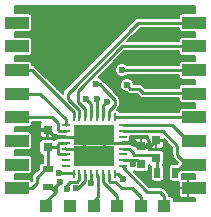
<source format=gtl>
%TF.GenerationSoftware,KiCad,Pcbnew,4.0.6*%
%TF.CreationDate,2017-07-19T01:35:51+03:00*%
%TF.ProjectId,esp12_atmega_addon,65737031325F61746D6567615F616464,rev?*%
%TF.FileFunction,Copper,L1,Top,Signal*%
%FSLAX46Y46*%
G04 Gerber Fmt 4.6, Leading zero omitted, Abs format (unit mm)*
G04 Created by KiCad (PCBNEW 4.0.6) date 07/19/17 01:35:51*
%MOMM*%
%LPD*%
G01*
G04 APERTURE LIST*
%ADD10C,0.100000*%
%ADD11R,1.000000X1.000000*%
%ADD12R,0.750000X0.800000*%
%ADD13R,0.700000X0.250000*%
%ADD14R,0.250000X0.700000*%
%ADD15R,1.725000X1.725000*%
%ADD16R,0.900000X0.500000*%
%ADD17R,0.500000X0.900000*%
%ADD18C,0.600000*%
%ADD19C,0.250000*%
%ADD20C,0.200000*%
G04 APERTURE END LIST*
D10*
D11*
X-17498900Y-9503600D03*
X-17498900Y-11503600D03*
X-16498900Y-11503600D03*
X-17498900Y-13503600D03*
X-17498900Y-15503600D03*
X-17498900Y-17503600D03*
X-17498900Y-19503600D03*
X-17498900Y-21503600D03*
X-17498900Y-23503600D03*
X-16498900Y-13503600D03*
X-16498900Y-15503600D03*
X-16498900Y-17503600D03*
X-16498900Y-19503600D03*
X-16498900Y-21503600D03*
X-16498900Y-23503600D03*
X-16498900Y-9503600D03*
X-14498900Y-25003600D03*
X-12498900Y-25003600D03*
X-10498900Y-25003600D03*
X-8498900Y-25003600D03*
X-6498900Y-25003600D03*
X-4498900Y-25003600D03*
X-1498900Y-23503600D03*
X-1498900Y-21503600D03*
X-1498900Y-19503600D03*
X-1498900Y-17503600D03*
X-1498900Y-15503600D03*
X-1498900Y-13503600D03*
X-1498900Y-11503600D03*
X-1498900Y-9503600D03*
X-2498900Y-23503600D03*
X-2498900Y-21503600D03*
X-2498900Y-19503600D03*
X-2498900Y-17503600D03*
X-2498900Y-15503600D03*
X-2498900Y-13503600D03*
X-2498900Y-11503600D03*
X-2498900Y-9503600D03*
D12*
X-14400000Y-20050000D03*
X-14400000Y-18550000D03*
X-6500000Y-21450000D03*
X-6500000Y-19950000D03*
X-5200000Y-20950000D03*
X-5200000Y-19450000D03*
D13*
X-12850000Y-18150000D03*
X-12850000Y-18650000D03*
X-12850000Y-19150000D03*
X-12850000Y-19650000D03*
X-12850000Y-20150000D03*
X-12850000Y-20650000D03*
X-12850000Y-21150000D03*
X-12850000Y-21650000D03*
D14*
X-12200000Y-22300000D03*
X-11700000Y-22300000D03*
X-11200000Y-22300000D03*
X-10700000Y-22300000D03*
X-10200000Y-22300000D03*
X-9700000Y-22300000D03*
X-9200000Y-22300000D03*
X-8700000Y-22300000D03*
D13*
X-8050000Y-21650000D03*
X-8050000Y-21150000D03*
X-8050000Y-20650000D03*
X-8050000Y-20150000D03*
X-8050000Y-19650000D03*
X-8050000Y-19150000D03*
X-8050000Y-18650000D03*
X-8050000Y-18150000D03*
D14*
X-8700000Y-17500000D03*
X-9200000Y-17500000D03*
X-9700000Y-17500000D03*
X-10200000Y-17500000D03*
X-10700000Y-17500000D03*
X-11200000Y-17500000D03*
X-11700000Y-17500000D03*
X-12200000Y-17500000D03*
D15*
X-9587500Y-20762500D03*
X-9587500Y-19037500D03*
X-11312500Y-20762500D03*
X-11312500Y-19037500D03*
D16*
X-14400000Y-21900000D03*
X-14400000Y-23400000D03*
D17*
X-3600000Y-22200000D03*
X-5100000Y-22200000D03*
D18*
X-13453165Y-22206172D03*
X-12751167Y-23533780D03*
X-7200972Y-21493811D03*
X-4200000Y-8800000D03*
X-5600000Y-8800000D03*
X-7000000Y-8900000D03*
X-8400000Y-10000000D03*
X-10500000Y-12000000D03*
X-4000000Y-10500000D03*
X-5000000Y-10500000D03*
X-5000000Y-12500000D03*
X-4000000Y-12500000D03*
X-4000000Y-14500000D03*
X-5000000Y-14500000D03*
X-5000000Y-16500000D03*
X-4000000Y-16500000D03*
X-9445557Y-10945557D03*
X-12500000Y-14000000D03*
X-13500000Y-13000000D03*
X-15000000Y-12500000D03*
X-15000000Y-10500000D03*
X-13500000Y-11000000D03*
X-12500000Y-12000000D03*
X-11500000Y-13000000D03*
X-15400000Y-18600000D03*
X-9587500Y-20762500D03*
X-9587500Y-19037500D03*
X-13434308Y-14934308D03*
X-13808414Y-19137980D03*
X-7091238Y-19668735D03*
X-5800000Y-19950000D03*
X-13346140Y-22998982D03*
X-11145558Y-15929442D03*
X-10331795Y-14652089D03*
X-8000000Y-22700000D03*
X-7678152Y-14794268D03*
X-9400000Y-16200000D03*
X-8100000Y-13500000D03*
X-10244039Y-15947537D03*
X-10700000Y-23100000D03*
X-12000000Y-23500000D03*
D19*
X-14996400Y-15503600D02*
X-12850000Y-17650000D01*
X-12850000Y-17650000D02*
X-12850000Y-18150000D01*
X-16498900Y-15503600D02*
X-14996400Y-15503600D01*
X-16498900Y-17503600D02*
X-13996400Y-17503600D01*
X-13996400Y-17503600D02*
X-13525001Y-17974999D01*
X-13525001Y-17974999D02*
X-13525001Y-18535001D01*
X-13525001Y-18535001D02*
X-13410002Y-18650000D01*
X-13410002Y-18650000D02*
X-13300000Y-18650000D01*
X-13300000Y-18650000D02*
X-12850000Y-18650000D01*
X-13072070Y-22248898D02*
X-12700000Y-22248898D01*
X-13453165Y-22206172D02*
X-13028901Y-22206172D01*
X-13028901Y-22206172D02*
X-12986175Y-22248898D01*
X-12700000Y-22248898D02*
X-12251102Y-22248898D01*
X-12986175Y-22248898D02*
X-12700000Y-22248898D01*
X-12251102Y-22248898D02*
X-12200000Y-22300000D01*
X-12751167Y-23533780D02*
X-12751167Y-23226168D01*
X-12500000Y-22975001D02*
X-11925753Y-22975001D01*
X-11700000Y-22749248D02*
X-11700000Y-22300000D01*
X-12751167Y-23226168D02*
X-12500000Y-22975001D01*
X-11925753Y-22975001D02*
X-11700000Y-22749248D01*
X-13525001Y-19725001D02*
X-13525001Y-19900000D01*
X-13525001Y-19900000D02*
X-13525001Y-20200000D01*
X-14400000Y-20050000D02*
X-13675001Y-20050000D01*
X-13675001Y-20050000D02*
X-13525001Y-19900000D01*
X-14400000Y-21900000D02*
X-14400000Y-20050000D01*
X-15300000Y-23054700D02*
X-15300000Y-22600000D01*
X-15300000Y-22600000D02*
X-14600000Y-21900000D01*
X-14600000Y-21900000D02*
X-14400000Y-21900000D01*
X-16498900Y-23503600D02*
X-15748900Y-23503600D01*
X-15748900Y-23503600D02*
X-15300000Y-23054700D01*
X-8050000Y-21150000D02*
X-7200000Y-21150000D01*
X-7200000Y-21150000D02*
X-6800000Y-21150000D01*
X-7200972Y-21493811D02*
X-7200972Y-21150972D01*
X-7200972Y-21150972D02*
X-7200000Y-21150000D01*
X-6800000Y-21150000D02*
X-6500000Y-21450000D01*
X-13525001Y-20200000D02*
X-13525001Y-20574999D01*
X-12850000Y-19650000D02*
X-13450000Y-19650000D01*
X-13450000Y-19650000D02*
X-13525001Y-19725001D01*
X-13525001Y-20574999D02*
X-13450000Y-20650000D01*
X-13450000Y-20650000D02*
X-12850000Y-20650000D01*
X-5600000Y-8800000D02*
X-4200000Y-8800000D01*
X-8400000Y-10000000D02*
X-8200000Y-10000000D01*
X-8200000Y-10000000D02*
X-7000000Y-8800000D01*
X-11500000Y-13000000D02*
X-10500000Y-12000000D01*
X-4000000Y-12500000D02*
X-5000000Y-12500000D01*
X-5000000Y-14500000D02*
X-4000000Y-14500000D01*
X-4000000Y-16500000D02*
X-5000000Y-16500000D01*
X-9445557Y-10945557D02*
X-11500000Y-13000000D01*
X-13434308Y-14934308D02*
X-12500000Y-14000000D01*
X-12500000Y-14000000D02*
X-11500000Y-13000000D01*
X-13500000Y-13000000D02*
X-12500000Y-14000000D01*
X-15000000Y-10500000D02*
X-15000000Y-12500000D01*
X-12500000Y-12000000D02*
X-13500000Y-11000000D01*
X-14400000Y-18550000D02*
X-15350000Y-18550000D01*
X-15350000Y-18550000D02*
X-15400000Y-18600000D01*
X-5800000Y-19950000D02*
X-5800000Y-19525736D01*
X-5800000Y-19525736D02*
X-6000000Y-19325736D01*
X-12850000Y-19150000D02*
X-13808414Y-19137980D01*
X-14400000Y-18550000D02*
X-14396394Y-18550000D01*
X-14396394Y-18550000D02*
X-13808414Y-19137980D01*
X-6500000Y-19950000D02*
X-6809973Y-19950000D01*
X-6809973Y-19950000D02*
X-7091238Y-19668735D01*
X-5800000Y-19950000D02*
X-5700000Y-19950000D01*
X-6500000Y-19950000D02*
X-5800000Y-19950000D01*
X-5700000Y-19950000D02*
X-5200000Y-19450000D01*
X-8050000Y-19650000D02*
X-6800000Y-19650000D01*
X-6800000Y-19650000D02*
X-6500000Y-19950000D01*
X-11312500Y-19037500D02*
X-11312500Y-20762500D01*
X-9587500Y-20762500D02*
X-11312500Y-20762500D01*
X-9587500Y-19037500D02*
X-9587500Y-20762500D01*
X-8050000Y-19650000D02*
X-8975000Y-19650000D01*
X-8975000Y-19650000D02*
X-9587500Y-19037500D01*
X-12850000Y-20150000D02*
X-11925000Y-20150000D01*
X-11925000Y-20150000D02*
X-11312500Y-20762500D01*
X-12850000Y-19150000D02*
X-11425000Y-19150000D01*
X-11425000Y-19150000D02*
X-11312500Y-19037500D01*
X-13901830Y-23600000D02*
X-13700000Y-23801830D01*
X-14101830Y-23400000D02*
X-13901830Y-23600000D01*
X-13901830Y-23600000D02*
X-13901830Y-23554672D01*
X-13901830Y-23554672D02*
X-13646139Y-23298981D01*
X-13700000Y-23801830D02*
X-13800000Y-23901830D01*
X-13800000Y-23901830D02*
X-14498900Y-24600730D01*
X-13646139Y-23298981D02*
X-13646139Y-23747969D01*
X-13346140Y-22998982D02*
X-13646139Y-23298981D01*
X-13646139Y-23747969D02*
X-13800000Y-23901830D01*
X-13700000Y-23673899D02*
X-13700000Y-23801830D01*
X-11145558Y-15929442D02*
X-10700000Y-16375000D01*
X-10700000Y-16375000D02*
X-10700000Y-17500000D01*
X-14400000Y-23400000D02*
X-14101830Y-23400000D01*
X-14498900Y-24600730D02*
X-14498900Y-25003600D01*
X-10000000Y-14700000D02*
X-10047911Y-14652089D01*
X-10047911Y-14652089D02*
X-10331795Y-14652089D01*
X-9600000Y-15100000D02*
X-10000000Y-14700000D01*
X-9600000Y-15100000D02*
X-8700000Y-16000000D01*
X-9200000Y-17100000D02*
X-9200000Y-17500000D01*
X-8700000Y-16000000D02*
X-8700000Y-16439998D01*
X-8700000Y-16439998D02*
X-9200000Y-16939998D01*
X-9200000Y-16939998D02*
X-9200000Y-17100000D01*
X-16498900Y-13503600D02*
X-15748900Y-13503600D01*
X-15748900Y-13503600D02*
X-12200000Y-17052500D01*
X-12200000Y-17052500D02*
X-12200000Y-17500000D01*
X-8700000Y-22300000D02*
X-8400000Y-22300000D01*
X-8400000Y-22300000D02*
X-8000000Y-22700000D01*
X-9700000Y-22300000D02*
X-9700000Y-22996412D01*
X-9700000Y-22996412D02*
X-8498900Y-24197512D01*
X-8498900Y-24197512D02*
X-8498900Y-24200000D01*
X-8498900Y-24200000D02*
X-8498900Y-25003600D01*
X-10200000Y-22300000D02*
X-10200000Y-22400000D01*
X-10200000Y-22400000D02*
X-10150010Y-22449990D01*
X-10150010Y-22449990D02*
X-10150010Y-24250010D01*
X-10150010Y-24250010D02*
X-10498900Y-24598900D01*
X-10498900Y-24598900D02*
X-10498900Y-25003600D01*
X-9200000Y-22300000D02*
X-9200000Y-22860002D01*
X-9200000Y-22860002D02*
X-9085001Y-22975001D01*
X-9085001Y-22975001D02*
X-8650001Y-22975001D01*
X-8100000Y-23525002D02*
X-7227498Y-23525002D01*
X-8650001Y-22975001D02*
X-8100000Y-23525002D01*
X-7227498Y-23525002D02*
X-6498900Y-24253600D01*
X-6498900Y-24253600D02*
X-6498900Y-25003600D01*
X-4900000Y-23800000D02*
X-4498900Y-24201100D01*
X-4498900Y-24201100D02*
X-4498900Y-25003600D01*
X-5974998Y-23800000D02*
X-4900000Y-23800000D01*
X-8050000Y-21650000D02*
X-8050000Y-21724998D01*
X-8050000Y-21724998D02*
X-5974998Y-23800000D01*
X-2498900Y-11503600D02*
X-8067190Y-11503600D01*
X-8067190Y-11503600D02*
X-11800000Y-15236410D01*
X-11800000Y-16179680D02*
X-11200000Y-16779680D01*
X-11200000Y-16779680D02*
X-11200000Y-17000000D01*
X-11800000Y-15236410D02*
X-11800000Y-16179680D01*
X-11200000Y-17000000D02*
X-11200000Y-17500000D01*
X-2498900Y-9503600D02*
X-6703600Y-9503600D01*
X-6703600Y-9503600D02*
X-12700000Y-15500000D01*
X-12700000Y-15500000D02*
X-12700000Y-15916090D01*
X-12700000Y-15916090D02*
X-11700000Y-16916090D01*
X-11700000Y-16916090D02*
X-11700000Y-17000000D01*
X-11700000Y-17000000D02*
X-11700000Y-17500000D01*
X-2498900Y-21503600D02*
X-2903600Y-21503600D01*
X-2903600Y-21503600D02*
X-3600000Y-22200000D01*
X-8050000Y-18650000D02*
X-4639998Y-18650000D01*
X-3400000Y-20700000D02*
X-2596400Y-21503600D01*
X-4639998Y-18650000D02*
X-3400000Y-19889998D01*
X-3400000Y-19889998D02*
X-3400000Y-20700000D01*
X-2596400Y-21503600D02*
X-2498900Y-21503600D01*
X-8050000Y-18150000D02*
X-3852500Y-18150000D01*
X-3852500Y-18150000D02*
X-2498900Y-19503600D01*
X-8700000Y-17500000D02*
X-2502500Y-17500000D01*
X-2502500Y-17500000D02*
X-2498900Y-17503600D01*
X-6300000Y-15458058D02*
X-2544442Y-15458058D01*
X-7678152Y-14794268D02*
X-7378153Y-15094267D01*
X-7378153Y-15094267D02*
X-6663791Y-15094267D01*
X-6663791Y-15094267D02*
X-6300000Y-15458058D01*
X-2544442Y-15458058D02*
X-2498900Y-15503600D01*
X-9700000Y-17500000D02*
X-9700000Y-16500000D01*
X-9700000Y-16500000D02*
X-9400000Y-16200000D01*
X-8100000Y-13500000D02*
X-2502500Y-13500000D01*
X-10200000Y-17500000D02*
X-10200000Y-15991576D01*
X-10200000Y-15991576D02*
X-10244039Y-15947537D01*
X-2502500Y-13500000D02*
X-2498900Y-13503600D01*
X-10700000Y-22300000D02*
X-10700000Y-22924991D01*
X-10700000Y-22924991D02*
X-10800000Y-23024991D01*
X-11200000Y-22300000D02*
X-11200000Y-22900000D01*
X-11200000Y-22900000D02*
X-11800000Y-23500000D01*
X-5100000Y-22200000D02*
X-5100000Y-21050000D01*
X-5100000Y-21050000D02*
X-5200000Y-20950000D01*
X-8050000Y-20150000D02*
X-7489998Y-20150000D01*
X-7100010Y-20699990D02*
X-5450010Y-20699990D01*
X-7489998Y-20150000D02*
X-7200001Y-20439997D01*
X-7200001Y-20439997D02*
X-7200001Y-20599999D01*
X-7200001Y-20599999D02*
X-7100010Y-20699990D01*
X-5450010Y-20699990D02*
X-5200000Y-20950000D01*
D20*
G36*
X-3825000Y-20066038D02*
X-3825000Y-20700000D01*
X-3802594Y-20812641D01*
X-3792649Y-20862641D01*
X-3700520Y-21000520D01*
X-3351040Y-21350000D01*
X-3445164Y-21444123D01*
X-3850000Y-21444123D01*
X-3961173Y-21465042D01*
X-4063279Y-21530745D01*
X-4131778Y-21630997D01*
X-4155877Y-21750000D01*
X-4155877Y-22650000D01*
X-4134958Y-22761173D01*
X-4069255Y-22863279D01*
X-3969003Y-22931778D01*
X-3850000Y-22955877D01*
X-3350000Y-22955877D01*
X-3298900Y-22946262D01*
X-3298900Y-23403600D01*
X-3223900Y-23478600D01*
X-2523900Y-23478600D01*
X-2523900Y-22778600D01*
X-2598900Y-22703600D01*
X-3054977Y-22703600D01*
X-3044123Y-22650000D01*
X-3044123Y-22300319D01*
X-2998900Y-22309477D01*
X-1873900Y-22309477D01*
X-1873900Y-22703600D01*
X-2398900Y-22703600D01*
X-2473900Y-22778600D01*
X-2473900Y-23478600D01*
X-2453900Y-23478600D01*
X-2453900Y-23528600D01*
X-2473900Y-23528600D01*
X-2473900Y-24228600D01*
X-2398900Y-24303600D01*
X-1873900Y-24303600D01*
X-1873900Y-24628600D01*
X-3693023Y-24628600D01*
X-3693023Y-24503600D01*
X-3713942Y-24392427D01*
X-3779645Y-24290321D01*
X-3879897Y-24221822D01*
X-3998900Y-24197723D01*
X-4074572Y-24197723D01*
X-4106251Y-24038460D01*
X-4106251Y-24038459D01*
X-4198380Y-23900580D01*
X-4495360Y-23603600D01*
X-3298900Y-23603600D01*
X-3298900Y-24063273D01*
X-3253228Y-24173536D01*
X-3168837Y-24257928D01*
X-3058574Y-24303600D01*
X-2598900Y-24303600D01*
X-2523900Y-24228600D01*
X-2523900Y-23528600D01*
X-3223900Y-23528600D01*
X-3298900Y-23603600D01*
X-4495360Y-23603600D01*
X-4599480Y-23499480D01*
X-4737359Y-23407351D01*
X-4774316Y-23400000D01*
X-4900000Y-23375000D01*
X-5798958Y-23375000D01*
X-7080658Y-22093300D01*
X-7061752Y-22085487D01*
X-6994003Y-22131778D01*
X-6875000Y-22155877D01*
X-6125000Y-22155877D01*
X-6013827Y-22134958D01*
X-5911721Y-22069255D01*
X-5843222Y-21969003D01*
X-5819123Y-21850000D01*
X-5819123Y-21524633D01*
X-5794255Y-21563279D01*
X-5694003Y-21631778D01*
X-5634381Y-21643852D01*
X-5655877Y-21750000D01*
X-5655877Y-22650000D01*
X-5634958Y-22761173D01*
X-5569255Y-22863279D01*
X-5469003Y-22931778D01*
X-5350000Y-22955877D01*
X-4850000Y-22955877D01*
X-4738827Y-22934958D01*
X-4636721Y-22869255D01*
X-4568222Y-22769003D01*
X-4544123Y-22650000D01*
X-4544123Y-21750000D01*
X-4565042Y-21638827D01*
X-4610737Y-21567815D01*
X-4543222Y-21469003D01*
X-4519123Y-21350000D01*
X-4519123Y-20550000D01*
X-4540042Y-20438827D01*
X-4605745Y-20336721D01*
X-4705997Y-20268222D01*
X-4825000Y-20244123D01*
X-5575000Y-20244123D01*
X-5686173Y-20265042D01*
X-5701633Y-20274990D01*
X-5825000Y-20274990D01*
X-5825000Y-20050000D01*
X-5899998Y-19975002D01*
X-5847941Y-19975002D01*
X-5829328Y-20019937D01*
X-5744936Y-20104328D01*
X-5634673Y-20150000D01*
X-5300000Y-20150000D01*
X-5225000Y-20075000D01*
X-5225000Y-19475000D01*
X-5175000Y-19475000D01*
X-5175000Y-20075000D01*
X-5100000Y-20150000D01*
X-4765327Y-20150000D01*
X-4655064Y-20104328D01*
X-4570672Y-20019937D01*
X-4525000Y-19909674D01*
X-4525000Y-19550000D01*
X-4600000Y-19475000D01*
X-5175000Y-19475000D01*
X-5225000Y-19475000D01*
X-5245000Y-19475000D01*
X-5245000Y-19425000D01*
X-5225000Y-19425000D01*
X-5225000Y-19405000D01*
X-5175000Y-19405000D01*
X-5175000Y-19425000D01*
X-4600000Y-19425000D01*
X-4533019Y-19358019D01*
X-3825000Y-20066038D01*
X-3825000Y-20066038D01*
G37*
X-3825000Y-20066038D02*
X-3825000Y-20700000D01*
X-3802594Y-20812641D01*
X-3792649Y-20862641D01*
X-3700520Y-21000520D01*
X-3351040Y-21350000D01*
X-3445164Y-21444123D01*
X-3850000Y-21444123D01*
X-3961173Y-21465042D01*
X-4063279Y-21530745D01*
X-4131778Y-21630997D01*
X-4155877Y-21750000D01*
X-4155877Y-22650000D01*
X-4134958Y-22761173D01*
X-4069255Y-22863279D01*
X-3969003Y-22931778D01*
X-3850000Y-22955877D01*
X-3350000Y-22955877D01*
X-3298900Y-22946262D01*
X-3298900Y-23403600D01*
X-3223900Y-23478600D01*
X-2523900Y-23478600D01*
X-2523900Y-22778600D01*
X-2598900Y-22703600D01*
X-3054977Y-22703600D01*
X-3044123Y-22650000D01*
X-3044123Y-22300319D01*
X-2998900Y-22309477D01*
X-1873900Y-22309477D01*
X-1873900Y-22703600D01*
X-2398900Y-22703600D01*
X-2473900Y-22778600D01*
X-2473900Y-23478600D01*
X-2453900Y-23478600D01*
X-2453900Y-23528600D01*
X-2473900Y-23528600D01*
X-2473900Y-24228600D01*
X-2398900Y-24303600D01*
X-1873900Y-24303600D01*
X-1873900Y-24628600D01*
X-3693023Y-24628600D01*
X-3693023Y-24503600D01*
X-3713942Y-24392427D01*
X-3779645Y-24290321D01*
X-3879897Y-24221822D01*
X-3998900Y-24197723D01*
X-4074572Y-24197723D01*
X-4106251Y-24038460D01*
X-4106251Y-24038459D01*
X-4198380Y-23900580D01*
X-4495360Y-23603600D01*
X-3298900Y-23603600D01*
X-3298900Y-24063273D01*
X-3253228Y-24173536D01*
X-3168837Y-24257928D01*
X-3058574Y-24303600D01*
X-2598900Y-24303600D01*
X-2523900Y-24228600D01*
X-2523900Y-23528600D01*
X-3223900Y-23528600D01*
X-3298900Y-23603600D01*
X-4495360Y-23603600D01*
X-4599480Y-23499480D01*
X-4737359Y-23407351D01*
X-4774316Y-23400000D01*
X-4900000Y-23375000D01*
X-5798958Y-23375000D01*
X-7080658Y-22093300D01*
X-7061752Y-22085487D01*
X-6994003Y-22131778D01*
X-6875000Y-22155877D01*
X-6125000Y-22155877D01*
X-6013827Y-22134958D01*
X-5911721Y-22069255D01*
X-5843222Y-21969003D01*
X-5819123Y-21850000D01*
X-5819123Y-21524633D01*
X-5794255Y-21563279D01*
X-5694003Y-21631778D01*
X-5634381Y-21643852D01*
X-5655877Y-21750000D01*
X-5655877Y-22650000D01*
X-5634958Y-22761173D01*
X-5569255Y-22863279D01*
X-5469003Y-22931778D01*
X-5350000Y-22955877D01*
X-4850000Y-22955877D01*
X-4738827Y-22934958D01*
X-4636721Y-22869255D01*
X-4568222Y-22769003D01*
X-4544123Y-22650000D01*
X-4544123Y-21750000D01*
X-4565042Y-21638827D01*
X-4610737Y-21567815D01*
X-4543222Y-21469003D01*
X-4519123Y-21350000D01*
X-4519123Y-20550000D01*
X-4540042Y-20438827D01*
X-4605745Y-20336721D01*
X-4705997Y-20268222D01*
X-4825000Y-20244123D01*
X-5575000Y-20244123D01*
X-5686173Y-20265042D01*
X-5701633Y-20274990D01*
X-5825000Y-20274990D01*
X-5825000Y-20050000D01*
X-5899998Y-19975002D01*
X-5847941Y-19975002D01*
X-5829328Y-20019937D01*
X-5744936Y-20104328D01*
X-5634673Y-20150000D01*
X-5300000Y-20150000D01*
X-5225000Y-20075000D01*
X-5225000Y-19475000D01*
X-5175000Y-19475000D01*
X-5175000Y-20075000D01*
X-5100000Y-20150000D01*
X-4765327Y-20150000D01*
X-4655064Y-20104328D01*
X-4570672Y-20019937D01*
X-4525000Y-19909674D01*
X-4525000Y-19550000D01*
X-4600000Y-19475000D01*
X-5175000Y-19475000D01*
X-5225000Y-19475000D01*
X-5245000Y-19475000D01*
X-5245000Y-19425000D01*
X-5225000Y-19425000D01*
X-5225000Y-19405000D01*
X-5175000Y-19405000D01*
X-5175000Y-19425000D01*
X-4600000Y-19425000D01*
X-4533019Y-19358019D01*
X-3825000Y-20066038D01*
G36*
X-15029328Y-17980063D02*
X-15075000Y-18090326D01*
X-15075000Y-18450000D01*
X-15000000Y-18525000D01*
X-14425000Y-18525000D01*
X-14425000Y-18505000D01*
X-14375000Y-18505000D01*
X-14375000Y-18525000D01*
X-14355000Y-18525000D01*
X-14355000Y-18575000D01*
X-14375000Y-18575000D01*
X-14375000Y-19175000D01*
X-14300000Y-19250000D01*
X-13965327Y-19250000D01*
X-13855064Y-19204328D01*
X-13770672Y-19119937D01*
X-13725000Y-19009674D01*
X-13725000Y-18936042D01*
X-13710522Y-18950520D01*
X-13572643Y-19042649D01*
X-13545659Y-19048016D01*
X-13491139Y-19058861D01*
X-13425000Y-19125000D01*
X-12875000Y-19125000D01*
X-12875000Y-19105000D01*
X-12825000Y-19105000D01*
X-12825000Y-19125000D01*
X-12805000Y-19125000D01*
X-12805000Y-19175000D01*
X-12825000Y-19175000D01*
X-12825000Y-19195000D01*
X-12875000Y-19195000D01*
X-12875000Y-19175000D01*
X-13425000Y-19175000D01*
X-13481208Y-19231208D01*
X-13612640Y-19257351D01*
X-13612642Y-19257352D01*
X-13612641Y-19257352D01*
X-13750521Y-19349480D01*
X-13824765Y-19423725D01*
X-13905997Y-19368222D01*
X-14025000Y-19344123D01*
X-14775000Y-19344123D01*
X-14886173Y-19365042D01*
X-14988279Y-19430745D01*
X-15056778Y-19530997D01*
X-15080877Y-19650000D01*
X-15080877Y-20450000D01*
X-15059958Y-20561173D01*
X-14994255Y-20663279D01*
X-14894003Y-20731778D01*
X-14825000Y-20745752D01*
X-14825000Y-21344123D01*
X-14850000Y-21344123D01*
X-14961173Y-21365042D01*
X-15063279Y-21430745D01*
X-15131778Y-21530997D01*
X-15155877Y-21650000D01*
X-15155877Y-21854836D01*
X-15600520Y-22299480D01*
X-15692649Y-22437359D01*
X-15697678Y-22462641D01*
X-15725000Y-22600000D01*
X-15725000Y-22875242D01*
X-15779645Y-22790321D01*
X-15879897Y-22721822D01*
X-15998900Y-22697723D01*
X-17123900Y-22697723D01*
X-17123900Y-22309477D01*
X-15998900Y-22309477D01*
X-15887727Y-22288558D01*
X-15785621Y-22222855D01*
X-15717122Y-22122603D01*
X-15693023Y-22003600D01*
X-15693023Y-21003600D01*
X-15713942Y-20892427D01*
X-15779645Y-20790321D01*
X-15879897Y-20721822D01*
X-15998900Y-20697723D01*
X-17123900Y-20697723D01*
X-17123900Y-20309477D01*
X-15998900Y-20309477D01*
X-15887727Y-20288558D01*
X-15785621Y-20222855D01*
X-15717122Y-20122603D01*
X-15693023Y-20003600D01*
X-15693023Y-19003600D01*
X-15713942Y-18892427D01*
X-15779645Y-18790321D01*
X-15879897Y-18721822D01*
X-15998900Y-18697723D01*
X-17123900Y-18697723D01*
X-17123900Y-18650000D01*
X-15075000Y-18650000D01*
X-15075000Y-19009674D01*
X-15029328Y-19119937D01*
X-14944936Y-19204328D01*
X-14834673Y-19250000D01*
X-14500000Y-19250000D01*
X-14425000Y-19175000D01*
X-14425000Y-18575000D01*
X-15000000Y-18575000D01*
X-15075000Y-18650000D01*
X-17123900Y-18650000D01*
X-17123900Y-18309477D01*
X-15998900Y-18309477D01*
X-15887727Y-18288558D01*
X-15785621Y-18222855D01*
X-15717122Y-18122603D01*
X-15693023Y-18003600D01*
X-15693023Y-17928600D01*
X-14977864Y-17928600D01*
X-15029328Y-17980063D01*
X-15029328Y-17980063D01*
G37*
X-15029328Y-17980063D02*
X-15075000Y-18090326D01*
X-15075000Y-18450000D01*
X-15000000Y-18525000D01*
X-14425000Y-18525000D01*
X-14425000Y-18505000D01*
X-14375000Y-18505000D01*
X-14375000Y-18525000D01*
X-14355000Y-18525000D01*
X-14355000Y-18575000D01*
X-14375000Y-18575000D01*
X-14375000Y-19175000D01*
X-14300000Y-19250000D01*
X-13965327Y-19250000D01*
X-13855064Y-19204328D01*
X-13770672Y-19119937D01*
X-13725000Y-19009674D01*
X-13725000Y-18936042D01*
X-13710522Y-18950520D01*
X-13572643Y-19042649D01*
X-13545659Y-19048016D01*
X-13491139Y-19058861D01*
X-13425000Y-19125000D01*
X-12875000Y-19125000D01*
X-12875000Y-19105000D01*
X-12825000Y-19105000D01*
X-12825000Y-19125000D01*
X-12805000Y-19125000D01*
X-12805000Y-19175000D01*
X-12825000Y-19175000D01*
X-12825000Y-19195000D01*
X-12875000Y-19195000D01*
X-12875000Y-19175000D01*
X-13425000Y-19175000D01*
X-13481208Y-19231208D01*
X-13612640Y-19257351D01*
X-13612642Y-19257352D01*
X-13612641Y-19257352D01*
X-13750521Y-19349480D01*
X-13824765Y-19423725D01*
X-13905997Y-19368222D01*
X-14025000Y-19344123D01*
X-14775000Y-19344123D01*
X-14886173Y-19365042D01*
X-14988279Y-19430745D01*
X-15056778Y-19530997D01*
X-15080877Y-19650000D01*
X-15080877Y-20450000D01*
X-15059958Y-20561173D01*
X-14994255Y-20663279D01*
X-14894003Y-20731778D01*
X-14825000Y-20745752D01*
X-14825000Y-21344123D01*
X-14850000Y-21344123D01*
X-14961173Y-21365042D01*
X-15063279Y-21430745D01*
X-15131778Y-21530997D01*
X-15155877Y-21650000D01*
X-15155877Y-21854836D01*
X-15600520Y-22299480D01*
X-15692649Y-22437359D01*
X-15697678Y-22462641D01*
X-15725000Y-22600000D01*
X-15725000Y-22875242D01*
X-15779645Y-22790321D01*
X-15879897Y-22721822D01*
X-15998900Y-22697723D01*
X-17123900Y-22697723D01*
X-17123900Y-22309477D01*
X-15998900Y-22309477D01*
X-15887727Y-22288558D01*
X-15785621Y-22222855D01*
X-15717122Y-22122603D01*
X-15693023Y-22003600D01*
X-15693023Y-21003600D01*
X-15713942Y-20892427D01*
X-15779645Y-20790321D01*
X-15879897Y-20721822D01*
X-15998900Y-20697723D01*
X-17123900Y-20697723D01*
X-17123900Y-20309477D01*
X-15998900Y-20309477D01*
X-15887727Y-20288558D01*
X-15785621Y-20222855D01*
X-15717122Y-20122603D01*
X-15693023Y-20003600D01*
X-15693023Y-19003600D01*
X-15713942Y-18892427D01*
X-15779645Y-18790321D01*
X-15879897Y-18721822D01*
X-15998900Y-18697723D01*
X-17123900Y-18697723D01*
X-17123900Y-18650000D01*
X-15075000Y-18650000D01*
X-15075000Y-19009674D01*
X-15029328Y-19119937D01*
X-14944936Y-19204328D01*
X-14834673Y-19250000D01*
X-14500000Y-19250000D01*
X-14425000Y-19175000D01*
X-14425000Y-18575000D01*
X-15000000Y-18575000D01*
X-15075000Y-18650000D01*
X-17123900Y-18650000D01*
X-17123900Y-18309477D01*
X-15998900Y-18309477D01*
X-15887727Y-18288558D01*
X-15785621Y-18222855D01*
X-15717122Y-18122603D01*
X-15693023Y-18003600D01*
X-15693023Y-17928600D01*
X-14977864Y-17928600D01*
X-15029328Y-17980063D01*
G36*
X-11287500Y-19012500D02*
X-9612500Y-19012500D01*
X-9612500Y-18992500D01*
X-9562500Y-18992500D01*
X-9562500Y-19012500D01*
X-9542500Y-19012500D01*
X-9542500Y-19062500D01*
X-9562500Y-19062500D01*
X-9562500Y-20737500D01*
X-9542500Y-20737500D01*
X-9542500Y-20787500D01*
X-9562500Y-20787500D01*
X-9562500Y-20807500D01*
X-9612500Y-20807500D01*
X-9612500Y-20787500D01*
X-11287500Y-20787500D01*
X-11287500Y-20807500D01*
X-11337500Y-20807500D01*
X-11337500Y-20787500D01*
X-11357500Y-20787500D01*
X-11357500Y-20737500D01*
X-11337500Y-20737500D01*
X-11337500Y-19062500D01*
X-11287500Y-19062500D01*
X-11287500Y-20737500D01*
X-9612500Y-20737500D01*
X-9612500Y-19062500D01*
X-11287500Y-19062500D01*
X-11337500Y-19062500D01*
X-11357500Y-19062500D01*
X-11357500Y-19012500D01*
X-11337500Y-19012500D01*
X-11337500Y-18992500D01*
X-11287500Y-18992500D01*
X-11287500Y-19012500D01*
X-11287500Y-19012500D01*
G37*
X-11287500Y-19012500D02*
X-9612500Y-19012500D01*
X-9612500Y-18992500D01*
X-9562500Y-18992500D01*
X-9562500Y-19012500D01*
X-9542500Y-19012500D01*
X-9542500Y-19062500D01*
X-9562500Y-19062500D01*
X-9562500Y-20737500D01*
X-9542500Y-20737500D01*
X-9542500Y-20787500D01*
X-9562500Y-20787500D01*
X-9562500Y-20807500D01*
X-9612500Y-20807500D01*
X-9612500Y-20787500D01*
X-11287500Y-20787500D01*
X-11287500Y-20807500D01*
X-11337500Y-20807500D01*
X-11337500Y-20787500D01*
X-11357500Y-20787500D01*
X-11357500Y-20737500D01*
X-11337500Y-20737500D01*
X-11337500Y-19062500D01*
X-11287500Y-19062500D01*
X-11287500Y-20737500D01*
X-9612500Y-20737500D01*
X-9612500Y-19062500D01*
X-11287500Y-19062500D01*
X-11337500Y-19062500D01*
X-11357500Y-19062500D01*
X-11357500Y-19012500D01*
X-11337500Y-19012500D01*
X-11337500Y-18992500D01*
X-11287500Y-18992500D01*
X-11287500Y-19012500D01*
G36*
X-12825000Y-20125000D02*
X-12805000Y-20125000D01*
X-12805000Y-20175000D01*
X-12825000Y-20175000D01*
X-12825000Y-20195000D01*
X-12875000Y-20195000D01*
X-12875000Y-20175000D01*
X-12895000Y-20175000D01*
X-12895000Y-20125000D01*
X-12875000Y-20125000D01*
X-12875000Y-20105000D01*
X-12825000Y-20105000D01*
X-12825000Y-20125000D01*
X-12825000Y-20125000D01*
G37*
X-12825000Y-20125000D02*
X-12805000Y-20125000D01*
X-12805000Y-20175000D01*
X-12825000Y-20175000D01*
X-12825000Y-20195000D01*
X-12875000Y-20195000D01*
X-12875000Y-20175000D01*
X-12895000Y-20175000D01*
X-12895000Y-20125000D01*
X-12875000Y-20125000D01*
X-12875000Y-20105000D01*
X-12825000Y-20105000D01*
X-12825000Y-20125000D01*
G36*
X-5875000Y-19350000D02*
X-5800002Y-19424998D01*
X-5852059Y-19424998D01*
X-5870672Y-19380063D01*
X-5955064Y-19295672D01*
X-6065327Y-19250000D01*
X-6400000Y-19250000D01*
X-6475000Y-19325000D01*
X-6475000Y-19925000D01*
X-6455000Y-19925000D01*
X-6455000Y-19975000D01*
X-6475000Y-19975000D01*
X-6475000Y-19995000D01*
X-6525000Y-19995000D01*
X-6525000Y-19975000D01*
X-6545000Y-19975000D01*
X-6545000Y-19925000D01*
X-6525000Y-19925000D01*
X-6525000Y-19325000D01*
X-6600000Y-19250000D01*
X-6934673Y-19250000D01*
X-7044936Y-19295672D01*
X-7129328Y-19380063D01*
X-7175000Y-19490326D01*
X-7175000Y-19850000D01*
X-7100002Y-19924998D01*
X-7113960Y-19924998D01*
X-7189478Y-19849480D01*
X-7327357Y-19757351D01*
X-7364314Y-19750000D01*
X-7408861Y-19741139D01*
X-7475000Y-19675000D01*
X-8025000Y-19675000D01*
X-8025000Y-19695000D01*
X-8075000Y-19695000D01*
X-8075000Y-19675000D01*
X-8095000Y-19675000D01*
X-8095000Y-19625000D01*
X-8075000Y-19625000D01*
X-8075000Y-19605000D01*
X-8025000Y-19605000D01*
X-8025000Y-19625000D01*
X-7475000Y-19625000D01*
X-7400000Y-19550000D01*
X-7400000Y-19465327D01*
X-7425270Y-19404319D01*
X-7418222Y-19394003D01*
X-7394123Y-19275000D01*
X-7394123Y-19075000D01*
X-5875000Y-19075000D01*
X-5875000Y-19350000D01*
X-5875000Y-19350000D01*
G37*
X-5875000Y-19350000D02*
X-5800002Y-19424998D01*
X-5852059Y-19424998D01*
X-5870672Y-19380063D01*
X-5955064Y-19295672D01*
X-6065327Y-19250000D01*
X-6400000Y-19250000D01*
X-6475000Y-19325000D01*
X-6475000Y-19925000D01*
X-6455000Y-19925000D01*
X-6455000Y-19975000D01*
X-6475000Y-19975000D01*
X-6475000Y-19995000D01*
X-6525000Y-19995000D01*
X-6525000Y-19975000D01*
X-6545000Y-19975000D01*
X-6545000Y-19925000D01*
X-6525000Y-19925000D01*
X-6525000Y-19325000D01*
X-6600000Y-19250000D01*
X-6934673Y-19250000D01*
X-7044936Y-19295672D01*
X-7129328Y-19380063D01*
X-7175000Y-19490326D01*
X-7175000Y-19850000D01*
X-7100002Y-19924998D01*
X-7113960Y-19924998D01*
X-7189478Y-19849480D01*
X-7327357Y-19757351D01*
X-7364314Y-19750000D01*
X-7408861Y-19741139D01*
X-7475000Y-19675000D01*
X-8025000Y-19675000D01*
X-8025000Y-19695000D01*
X-8075000Y-19695000D01*
X-8075000Y-19675000D01*
X-8095000Y-19675000D01*
X-8095000Y-19625000D01*
X-8075000Y-19625000D01*
X-8075000Y-19605000D01*
X-8025000Y-19605000D01*
X-8025000Y-19625000D01*
X-7475000Y-19625000D01*
X-7400000Y-19550000D01*
X-7400000Y-19465327D01*
X-7425270Y-19404319D01*
X-7418222Y-19394003D01*
X-7394123Y-19275000D01*
X-7394123Y-19075000D01*
X-5875000Y-19075000D01*
X-5875000Y-19350000D01*
G36*
X-3304777Y-12003600D02*
X-3283858Y-12114773D01*
X-3218155Y-12216879D01*
X-3117903Y-12285378D01*
X-2998900Y-12309477D01*
X-1873900Y-12309477D01*
X-1873900Y-12697723D01*
X-2998900Y-12697723D01*
X-3110073Y-12718642D01*
X-3212179Y-12784345D01*
X-3280678Y-12884597D01*
X-3304777Y-13003600D01*
X-3304777Y-13075000D01*
X-7676470Y-13075000D01*
X-7759683Y-12991641D01*
X-7980129Y-12900104D01*
X-8218824Y-12899896D01*
X-8439429Y-12991048D01*
X-8608359Y-13159683D01*
X-8699896Y-13380129D01*
X-8700104Y-13618824D01*
X-8608952Y-13839429D01*
X-8440317Y-14008359D01*
X-8219871Y-14099896D01*
X-7981176Y-14100104D01*
X-7760571Y-14008952D01*
X-7676472Y-13925000D01*
X-3304777Y-13925000D01*
X-3304777Y-14003600D01*
X-3283858Y-14114773D01*
X-3218155Y-14216879D01*
X-3117903Y-14285378D01*
X-2998900Y-14309477D01*
X-1873900Y-14309477D01*
X-1873900Y-14697723D01*
X-2998900Y-14697723D01*
X-3110073Y-14718642D01*
X-3212179Y-14784345D01*
X-3280678Y-14884597D01*
X-3304777Y-15003600D01*
X-3304777Y-15033058D01*
X-6123960Y-15033058D01*
X-6363271Y-14793747D01*
X-6501150Y-14701618D01*
X-6528134Y-14696251D01*
X-6663791Y-14669267D01*
X-7080600Y-14669267D01*
X-7169200Y-14454839D01*
X-7337835Y-14285909D01*
X-7558281Y-14194372D01*
X-7796976Y-14194164D01*
X-8017581Y-14285316D01*
X-8186511Y-14453951D01*
X-8278048Y-14674397D01*
X-8278256Y-14913092D01*
X-8187104Y-15133697D01*
X-8018469Y-15302627D01*
X-7798023Y-15394164D01*
X-7679193Y-15394268D01*
X-7678673Y-15394788D01*
X-7540794Y-15486916D01*
X-7378153Y-15519267D01*
X-6839831Y-15519267D01*
X-6600520Y-15758578D01*
X-6462640Y-15850707D01*
X-6300000Y-15883058D01*
X-3304777Y-15883058D01*
X-3304777Y-16003600D01*
X-3283858Y-16114773D01*
X-3218155Y-16216879D01*
X-3117903Y-16285378D01*
X-2998900Y-16309477D01*
X-1873900Y-16309477D01*
X-1873900Y-16697723D01*
X-2998900Y-16697723D01*
X-3110073Y-16718642D01*
X-3212179Y-16784345D01*
X-3280678Y-16884597D01*
X-3304777Y-17003600D01*
X-3304777Y-17075000D01*
X-8283235Y-17075000D01*
X-8290042Y-17038827D01*
X-8355745Y-16936721D01*
X-8455997Y-16868222D01*
X-8515195Y-16856234D01*
X-8399479Y-16740518D01*
X-8307351Y-16602639D01*
X-8275000Y-16439998D01*
X-8275000Y-16000000D01*
X-8307351Y-15837360D01*
X-8340980Y-15787031D01*
X-8399480Y-15699479D01*
X-9299478Y-14799482D01*
X-9299480Y-14799479D01*
X-9699478Y-14399482D01*
X-9699480Y-14399479D01*
X-9747391Y-14351569D01*
X-9857341Y-14278102D01*
X-9991478Y-14143730D01*
X-10072596Y-14110047D01*
X-7891149Y-11928600D01*
X-3304777Y-11928600D01*
X-3304777Y-12003600D01*
X-3304777Y-12003600D01*
G37*
X-3304777Y-12003600D02*
X-3283858Y-12114773D01*
X-3218155Y-12216879D01*
X-3117903Y-12285378D01*
X-2998900Y-12309477D01*
X-1873900Y-12309477D01*
X-1873900Y-12697723D01*
X-2998900Y-12697723D01*
X-3110073Y-12718642D01*
X-3212179Y-12784345D01*
X-3280678Y-12884597D01*
X-3304777Y-13003600D01*
X-3304777Y-13075000D01*
X-7676470Y-13075000D01*
X-7759683Y-12991641D01*
X-7980129Y-12900104D01*
X-8218824Y-12899896D01*
X-8439429Y-12991048D01*
X-8608359Y-13159683D01*
X-8699896Y-13380129D01*
X-8700104Y-13618824D01*
X-8608952Y-13839429D01*
X-8440317Y-14008359D01*
X-8219871Y-14099896D01*
X-7981176Y-14100104D01*
X-7760571Y-14008952D01*
X-7676472Y-13925000D01*
X-3304777Y-13925000D01*
X-3304777Y-14003600D01*
X-3283858Y-14114773D01*
X-3218155Y-14216879D01*
X-3117903Y-14285378D01*
X-2998900Y-14309477D01*
X-1873900Y-14309477D01*
X-1873900Y-14697723D01*
X-2998900Y-14697723D01*
X-3110073Y-14718642D01*
X-3212179Y-14784345D01*
X-3280678Y-14884597D01*
X-3304777Y-15003600D01*
X-3304777Y-15033058D01*
X-6123960Y-15033058D01*
X-6363271Y-14793747D01*
X-6501150Y-14701618D01*
X-6528134Y-14696251D01*
X-6663791Y-14669267D01*
X-7080600Y-14669267D01*
X-7169200Y-14454839D01*
X-7337835Y-14285909D01*
X-7558281Y-14194372D01*
X-7796976Y-14194164D01*
X-8017581Y-14285316D01*
X-8186511Y-14453951D01*
X-8278048Y-14674397D01*
X-8278256Y-14913092D01*
X-8187104Y-15133697D01*
X-8018469Y-15302627D01*
X-7798023Y-15394164D01*
X-7679193Y-15394268D01*
X-7678673Y-15394788D01*
X-7540794Y-15486916D01*
X-7378153Y-15519267D01*
X-6839831Y-15519267D01*
X-6600520Y-15758578D01*
X-6462640Y-15850707D01*
X-6300000Y-15883058D01*
X-3304777Y-15883058D01*
X-3304777Y-16003600D01*
X-3283858Y-16114773D01*
X-3218155Y-16216879D01*
X-3117903Y-16285378D01*
X-2998900Y-16309477D01*
X-1873900Y-16309477D01*
X-1873900Y-16697723D01*
X-2998900Y-16697723D01*
X-3110073Y-16718642D01*
X-3212179Y-16784345D01*
X-3280678Y-16884597D01*
X-3304777Y-17003600D01*
X-3304777Y-17075000D01*
X-8283235Y-17075000D01*
X-8290042Y-17038827D01*
X-8355745Y-16936721D01*
X-8455997Y-16868222D01*
X-8515195Y-16856234D01*
X-8399479Y-16740518D01*
X-8307351Y-16602639D01*
X-8275000Y-16439998D01*
X-8275000Y-16000000D01*
X-8307351Y-15837360D01*
X-8340980Y-15787031D01*
X-8399480Y-15699479D01*
X-9299478Y-14799482D01*
X-9299480Y-14799479D01*
X-9699478Y-14399482D01*
X-9699480Y-14399479D01*
X-9747391Y-14351569D01*
X-9857341Y-14278102D01*
X-9991478Y-14143730D01*
X-10072596Y-14110047D01*
X-7891149Y-11928600D01*
X-3304777Y-11928600D01*
X-3304777Y-12003600D01*
G36*
X-1873900Y-8697723D02*
X-2998900Y-8697723D01*
X-3110073Y-8718642D01*
X-3212179Y-8784345D01*
X-3280678Y-8884597D01*
X-3304777Y-9003600D01*
X-3304777Y-9078600D01*
X-6703600Y-9078600D01*
X-6866240Y-9110951D01*
X-6866242Y-9110952D01*
X-6866241Y-9110952D01*
X-7004121Y-9203080D01*
X-13000520Y-15199480D01*
X-13092649Y-15337359D01*
X-13092649Y-15337360D01*
X-13125000Y-15500000D01*
X-13125000Y-15526459D01*
X-15448380Y-13203080D01*
X-15586259Y-13110951D01*
X-15613243Y-13105584D01*
X-15693023Y-13089715D01*
X-15693023Y-13003600D01*
X-15713942Y-12892427D01*
X-15779645Y-12790321D01*
X-15879897Y-12721822D01*
X-15998900Y-12697723D01*
X-17123900Y-12697723D01*
X-17123900Y-12309477D01*
X-15998900Y-12309477D01*
X-15887727Y-12288558D01*
X-15785621Y-12222855D01*
X-15717122Y-12122603D01*
X-15693023Y-12003600D01*
X-15693023Y-11003600D01*
X-15713942Y-10892427D01*
X-15779645Y-10790321D01*
X-15879897Y-10721822D01*
X-15998900Y-10697723D01*
X-17123900Y-10697723D01*
X-17123900Y-10309477D01*
X-15998900Y-10309477D01*
X-15887727Y-10288558D01*
X-15785621Y-10222855D01*
X-15717122Y-10122603D01*
X-15693023Y-10003600D01*
X-15693023Y-9003600D01*
X-15713942Y-8892427D01*
X-15779645Y-8790321D01*
X-15879897Y-8721822D01*
X-15998900Y-8697723D01*
X-17123900Y-8697723D01*
X-17123900Y-8100000D01*
X-1873900Y-8100000D01*
X-1873900Y-8697723D01*
X-1873900Y-8697723D01*
G37*
X-1873900Y-8697723D02*
X-2998900Y-8697723D01*
X-3110073Y-8718642D01*
X-3212179Y-8784345D01*
X-3280678Y-8884597D01*
X-3304777Y-9003600D01*
X-3304777Y-9078600D01*
X-6703600Y-9078600D01*
X-6866240Y-9110951D01*
X-6866242Y-9110952D01*
X-6866241Y-9110952D01*
X-7004121Y-9203080D01*
X-13000520Y-15199480D01*
X-13092649Y-15337359D01*
X-13092649Y-15337360D01*
X-13125000Y-15500000D01*
X-13125000Y-15526459D01*
X-15448380Y-13203080D01*
X-15586259Y-13110951D01*
X-15613243Y-13105584D01*
X-15693023Y-13089715D01*
X-15693023Y-13003600D01*
X-15713942Y-12892427D01*
X-15779645Y-12790321D01*
X-15879897Y-12721822D01*
X-15998900Y-12697723D01*
X-17123900Y-12697723D01*
X-17123900Y-12309477D01*
X-15998900Y-12309477D01*
X-15887727Y-12288558D01*
X-15785621Y-12222855D01*
X-15717122Y-12122603D01*
X-15693023Y-12003600D01*
X-15693023Y-11003600D01*
X-15713942Y-10892427D01*
X-15779645Y-10790321D01*
X-15879897Y-10721822D01*
X-15998900Y-10697723D01*
X-17123900Y-10697723D01*
X-17123900Y-10309477D01*
X-15998900Y-10309477D01*
X-15887727Y-10288558D01*
X-15785621Y-10222855D01*
X-15717122Y-10122603D01*
X-15693023Y-10003600D01*
X-15693023Y-9003600D01*
X-15713942Y-8892427D01*
X-15779645Y-8790321D01*
X-15879897Y-8721822D01*
X-15998900Y-8697723D01*
X-17123900Y-8697723D01*
X-17123900Y-8100000D01*
X-1873900Y-8100000D01*
X-1873900Y-8697723D01*
G36*
X-3304777Y-10003600D02*
X-3283858Y-10114773D01*
X-3218155Y-10216879D01*
X-3117903Y-10285378D01*
X-2998900Y-10309477D01*
X-1873900Y-10309477D01*
X-1873900Y-10697723D01*
X-2998900Y-10697723D01*
X-3110073Y-10718642D01*
X-3212179Y-10784345D01*
X-3280678Y-10884597D01*
X-3304777Y-11003600D01*
X-3304777Y-11078600D01*
X-7677559Y-11078600D01*
X-6527559Y-9928600D01*
X-3304777Y-9928600D01*
X-3304777Y-10003600D01*
X-3304777Y-10003600D01*
G37*
X-3304777Y-10003600D02*
X-3283858Y-10114773D01*
X-3218155Y-10216879D01*
X-3117903Y-10285378D01*
X-2998900Y-10309477D01*
X-1873900Y-10309477D01*
X-1873900Y-10697723D01*
X-2998900Y-10697723D01*
X-3110073Y-10718642D01*
X-3212179Y-10784345D01*
X-3280678Y-10884597D01*
X-3304777Y-11003600D01*
X-3304777Y-11078600D01*
X-7677559Y-11078600D01*
X-6527559Y-9928600D01*
X-3304777Y-9928600D01*
X-3304777Y-10003600D01*
M02*

</source>
